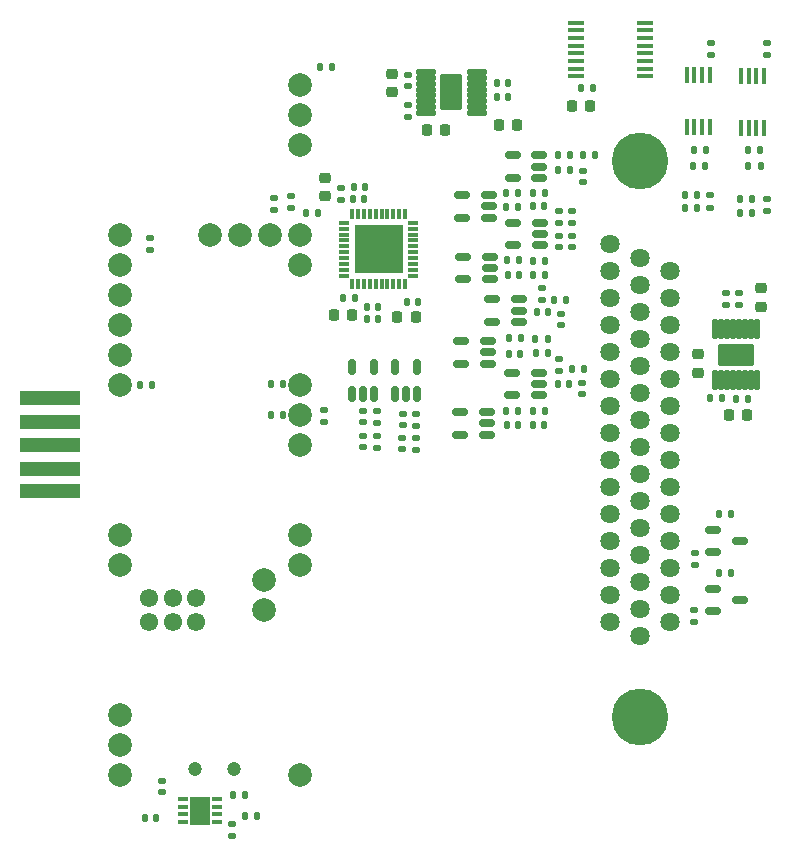
<source format=gbs>
G04 #@! TF.GenerationSoftware,KiCad,Pcbnew,7.0.10*
G04 #@! TF.CreationDate,2024-12-23T15:35:51-08:00*
G04 #@! TF.ProjectId,accessory_v2,61636365-7373-46f7-9279-5f76322e6b69,rev?*
G04 #@! TF.SameCoordinates,Original*
G04 #@! TF.FileFunction,Soldermask,Bot*
G04 #@! TF.FilePolarity,Negative*
%FSLAX46Y46*%
G04 Gerber Fmt 4.6, Leading zero omitted, Abs format (unit mm)*
G04 Created by KiCad (PCBNEW 7.0.10) date 2024-12-23 15:35:51*
%MOMM*%
%LPD*%
G01*
G04 APERTURE LIST*
G04 Aperture macros list*
%AMRoundRect*
0 Rectangle with rounded corners*
0 $1 Rounding radius*
0 $2 $3 $4 $5 $6 $7 $8 $9 X,Y pos of 4 corners*
0 Add a 4 corners polygon primitive as box body*
4,1,4,$2,$3,$4,$5,$6,$7,$8,$9,$2,$3,0*
0 Add four circle primitives for the rounded corners*
1,1,$1+$1,$2,$3*
1,1,$1+$1,$4,$5*
1,1,$1+$1,$6,$7*
1,1,$1+$1,$8,$9*
0 Add four rect primitives between the rounded corners*
20,1,$1+$1,$2,$3,$4,$5,0*
20,1,$1+$1,$4,$5,$6,$7,0*
20,1,$1+$1,$6,$7,$8,$9,0*
20,1,$1+$1,$8,$9,$2,$3,0*%
G04 Aperture macros list end*
%ADD10C,1.638000*%
%ADD11C,4.801000*%
%ADD12R,5.200000X1.250000*%
%ADD13C,2.004000*%
%ADD14C,1.204000*%
%ADD15C,1.554000*%
%ADD16RoundRect,0.135000X0.135000X0.185000X-0.135000X0.185000X-0.135000X-0.185000X0.135000X-0.185000X0*%
%ADD17RoundRect,0.140000X-0.170000X0.140000X-0.170000X-0.140000X0.170000X-0.140000X0.170000X0.140000X0*%
%ADD18R,0.450000X1.400000*%
%ADD19RoundRect,0.135000X0.185000X-0.135000X0.185000X0.135000X-0.185000X0.135000X-0.185000X-0.135000X0*%
%ADD20RoundRect,0.150000X0.512500X0.150000X-0.512500X0.150000X-0.512500X-0.150000X0.512500X-0.150000X0*%
%ADD21RoundRect,0.140000X-0.140000X-0.170000X0.140000X-0.170000X0.140000X0.170000X-0.140000X0.170000X0*%
%ADD22RoundRect,0.140000X0.140000X0.170000X-0.140000X0.170000X-0.140000X-0.170000X0.140000X-0.170000X0*%
%ADD23RoundRect,0.060500X0.766500X0.181500X-0.766500X0.181500X-0.766500X-0.181500X0.766500X-0.181500X0*%
%ADD24RoundRect,0.102000X0.825500X1.422500X-0.825500X1.422500X-0.825500X-1.422500X0.825500X-1.422500X0*%
%ADD25RoundRect,0.225000X-0.250000X0.225000X-0.250000X-0.225000X0.250000X-0.225000X0.250000X0.225000X0*%
%ADD26RoundRect,0.225000X0.225000X0.250000X-0.225000X0.250000X-0.225000X-0.250000X0.225000X-0.250000X0*%
%ADD27R,0.850000X0.350000*%
%ADD28R,1.700000X2.450000*%
%ADD29RoundRect,0.225000X-0.225000X-0.250000X0.225000X-0.250000X0.225000X0.250000X-0.225000X0.250000X0*%
%ADD30RoundRect,0.140000X0.170000X-0.140000X0.170000X0.140000X-0.170000X0.140000X-0.170000X-0.140000X0*%
%ADD31RoundRect,0.135000X-0.135000X-0.185000X0.135000X-0.185000X0.135000X0.185000X-0.135000X0.185000X0*%
%ADD32RoundRect,0.135000X-0.185000X0.135000X-0.185000X-0.135000X0.185000X-0.135000X0.185000X0.135000X0*%
%ADD33R,1.475000X0.450000*%
%ADD34RoundRect,0.150000X0.150000X-0.512500X0.150000X0.512500X-0.150000X0.512500X-0.150000X-0.512500X0*%
%ADD35RoundRect,0.060500X-0.181500X0.766500X-0.181500X-0.766500X0.181500X-0.766500X0.181500X0.766500X0*%
%ADD36RoundRect,0.102000X-1.422500X0.825500X-1.422500X-0.825500X1.422500X-0.825500X1.422500X0.825500X0*%
%ADD37RoundRect,0.150000X-0.512500X-0.150000X0.512500X-0.150000X0.512500X0.150000X-0.512500X0.150000X0*%
%ADD38R,0.300000X0.850000*%
%ADD39R,0.850000X0.300000*%
%ADD40R,4.050000X4.050000*%
%ADD41RoundRect,0.225000X0.250000X-0.225000X0.250000X0.225000X-0.250000X0.225000X-0.250000X-0.225000X0*%
G04 APERTURE END LIST*
D10*
X50460000Y-55869000D03*
X50460000Y-53583000D03*
X50460000Y-51297000D03*
X50460000Y-49011000D03*
X50460000Y-46725000D03*
X50460000Y-44439000D03*
X50460000Y-42153000D03*
X50460000Y-39867000D03*
X50460000Y-37581000D03*
X50460000Y-35295000D03*
X50460000Y-33009000D03*
X50460000Y-30723000D03*
X50460000Y-28437000D03*
X50460000Y-26151000D03*
X50460000Y-23865000D03*
X53000000Y-57012000D03*
X53000000Y-54726000D03*
X53000000Y-52440000D03*
X53000000Y-50154000D03*
X53000000Y-47868000D03*
X53000000Y-45582000D03*
X53000000Y-43296000D03*
X53000000Y-41010000D03*
X53000000Y-38724000D03*
X53000000Y-36438000D03*
X53000000Y-34152000D03*
X53000000Y-31866000D03*
X53000000Y-29580000D03*
X53000000Y-27294000D03*
X53000000Y-25008000D03*
X55540000Y-55869000D03*
X55540000Y-53583000D03*
X55540000Y-51297000D03*
X55540000Y-49011000D03*
X55540000Y-46725000D03*
X55540000Y-44439000D03*
X55540000Y-42153000D03*
X55540000Y-39867000D03*
X55540000Y-37581000D03*
X55540000Y-35295000D03*
X55540000Y-33009000D03*
X55540000Y-30723000D03*
X55540000Y-28437000D03*
X55540000Y-26151000D03*
D11*
X53000000Y-63895000D03*
X53000000Y-16855000D03*
D12*
X3000000Y-36875000D03*
X3000000Y-38875000D03*
X3000000Y-40875000D03*
X3000000Y-42875000D03*
X3000000Y-44775000D03*
D13*
X8980000Y-63720000D03*
X19140000Y-23080000D03*
X24220000Y-51020000D03*
X24220000Y-48480000D03*
X24220000Y-40860000D03*
X24220000Y-38320000D03*
X24220000Y-35780000D03*
X8980000Y-35780000D03*
X8980000Y-48480000D03*
X8980000Y-51020000D03*
X24220000Y-25620000D03*
X24220000Y-23080000D03*
X24220000Y-15460000D03*
X24220000Y-12920000D03*
X24220000Y-10380000D03*
X8980000Y-23080000D03*
X8980000Y-25620000D03*
X8980000Y-28160000D03*
X8980000Y-30700000D03*
D14*
X18632000Y-68288000D03*
X15330000Y-68288000D03*
D13*
X24220000Y-68800000D03*
X8980000Y-33240000D03*
X8980000Y-66260000D03*
X16600000Y-23080000D03*
D15*
X13430000Y-53830000D03*
X13430000Y-55830000D03*
X11430000Y-55830000D03*
X11430000Y-53830000D03*
X15430000Y-53830000D03*
X15430000Y-55830000D03*
D13*
X21170000Y-54830000D03*
X21170000Y-52290000D03*
X21680000Y-23080000D03*
X8980000Y-68800000D03*
D16*
X49160000Y-16340000D03*
X48140000Y-16340000D03*
X47107500Y-16327500D03*
X46087500Y-16327500D03*
X44960000Y-25252500D03*
X43940000Y-25252500D03*
D17*
X46097500Y-23140000D03*
X46097500Y-24100000D03*
D18*
X63505000Y-14010000D03*
X62855000Y-14010000D03*
X62205000Y-14010000D03*
X61555000Y-14010000D03*
X61555000Y-9610000D03*
X62205000Y-9610000D03*
X62855000Y-9610000D03*
X63505000Y-9610000D03*
D19*
X34020000Y-39230000D03*
X34020000Y-38210000D03*
D20*
X42770000Y-28535000D03*
X42770000Y-29485000D03*
X42770000Y-30435000D03*
X40495000Y-30435000D03*
X40495000Y-28535000D03*
D17*
X47217500Y-23150000D03*
X47217500Y-24110000D03*
D19*
X57580000Y-55880000D03*
X57580000Y-54860000D03*
D17*
X48140000Y-17650000D03*
X48140000Y-18610000D03*
D21*
X58940000Y-36880000D03*
X59900000Y-36880000D03*
D22*
X47037500Y-17607500D03*
X46077500Y-17607500D03*
D23*
X39160000Y-9260000D03*
X39160000Y-9760000D03*
X39160000Y-10260000D03*
X39160000Y-10760000D03*
X39160000Y-11260000D03*
X39160000Y-11760000D03*
X39160000Y-12260000D03*
X39160000Y-12760000D03*
X34840000Y-12760000D03*
X34840000Y-12260000D03*
X34840000Y-11760000D03*
X34840000Y-11260000D03*
X34840000Y-10760000D03*
X34840000Y-10260000D03*
X34840000Y-9760000D03*
X34840000Y-9260000D03*
D24*
X37000000Y-11010000D03*
D16*
X42692500Y-38005000D03*
X41672500Y-38005000D03*
D22*
X42855000Y-33142500D03*
X41895000Y-33142500D03*
D25*
X63220000Y-27605000D03*
X63220000Y-29155000D03*
D26*
X36495000Y-14160000D03*
X34945000Y-14160000D03*
D27*
X17160000Y-70832500D03*
X17160000Y-71482500D03*
X17160000Y-72132500D03*
X17160000Y-72782500D03*
X14260000Y-72782500D03*
X14260000Y-72132500D03*
X14260000Y-71482500D03*
X14260000Y-70832500D03*
D28*
X15710000Y-71807500D03*
D19*
X30702500Y-41100000D03*
X30702500Y-40080000D03*
X22020000Y-21000000D03*
X22020000Y-19980000D03*
D22*
X41830000Y-10250000D03*
X40870000Y-10250000D03*
D16*
X19560000Y-70480000D03*
X18540000Y-70480000D03*
D21*
X61160000Y-36970000D03*
X62120000Y-36970000D03*
X29850000Y-30230000D03*
X30810000Y-30230000D03*
D20*
X40070000Y-38070000D03*
X40070000Y-39020000D03*
X40070000Y-39970000D03*
X37795000Y-39970000D03*
X37795000Y-38070000D03*
D16*
X11695000Y-35740000D03*
X10675000Y-35740000D03*
X22750000Y-35670000D03*
X21730000Y-35670000D03*
D29*
X41025000Y-13730000D03*
X42575000Y-13730000D03*
D20*
X44410000Y-34727500D03*
X44410000Y-35677500D03*
X44410000Y-36627500D03*
X42135000Y-36627500D03*
X42135000Y-34727500D03*
X40170000Y-19700000D03*
X40170000Y-20650000D03*
X40170000Y-21600000D03*
X37895000Y-21600000D03*
X37895000Y-19700000D03*
D30*
X29522500Y-38950000D03*
X29522500Y-37990000D03*
D31*
X61466000Y-20066000D03*
X62486000Y-20066000D03*
D17*
X48042500Y-35620000D03*
X48042500Y-36580000D03*
D22*
X12010000Y-72410000D03*
X11050000Y-72410000D03*
D17*
X60310000Y-28020000D03*
X60310000Y-28980000D03*
D21*
X43970000Y-26482500D03*
X44930000Y-26482500D03*
D17*
X29500000Y-40110000D03*
X29500000Y-41070000D03*
D16*
X58550000Y-15860000D03*
X57530000Y-15860000D03*
D19*
X26210000Y-38880000D03*
X26210000Y-37860000D03*
D32*
X58953400Y-19733800D03*
X58953400Y-20753800D03*
D20*
X44477500Y-16330000D03*
X44477500Y-17280000D03*
X44477500Y-18230000D03*
X42202500Y-18230000D03*
X42202500Y-16330000D03*
D26*
X48781000Y-12192000D03*
X47231000Y-12192000D03*
D31*
X56817800Y-19659600D03*
X57837800Y-19659600D03*
D17*
X12530000Y-69310000D03*
X12530000Y-70270000D03*
D22*
X41830000Y-11400000D03*
X40870000Y-11400000D03*
D32*
X47237500Y-21020000D03*
X47237500Y-22040000D03*
D33*
X53458000Y-5105000D03*
X53458000Y-5755000D03*
X53458000Y-6405000D03*
X53458000Y-7055000D03*
X53458000Y-7705000D03*
X53458000Y-8355000D03*
X53458000Y-9005000D03*
X53458000Y-9655000D03*
X47582000Y-9655000D03*
X47582000Y-9005000D03*
X47582000Y-8355000D03*
X47582000Y-7705000D03*
X47582000Y-7055000D03*
X47582000Y-6405000D03*
X47582000Y-5755000D03*
X47582000Y-5105000D03*
D26*
X28605000Y-29810000D03*
X27055000Y-29810000D03*
D16*
X42780000Y-25232500D03*
X41760000Y-25232500D03*
D34*
X30482500Y-36557500D03*
X29532500Y-36557500D03*
X28582500Y-36557500D03*
X28582500Y-34282500D03*
X30482500Y-34282500D03*
D22*
X29620000Y-20060000D03*
X28660000Y-20060000D03*
D19*
X34020000Y-41290000D03*
X34020000Y-40270000D03*
D25*
X57920000Y-33175000D03*
X57920000Y-34725000D03*
D30*
X63720000Y-7820000D03*
X63720000Y-6860000D03*
D35*
X59360000Y-31040000D03*
X59860000Y-31040000D03*
X60360000Y-31040000D03*
X60860000Y-31040000D03*
X61360000Y-31040000D03*
X61860000Y-31040000D03*
X62360000Y-31040000D03*
X62860000Y-31040000D03*
X62860000Y-35360000D03*
X62360000Y-35360000D03*
X61860000Y-35360000D03*
X61360000Y-35360000D03*
X60860000Y-35360000D03*
X60360000Y-35360000D03*
X59860000Y-35360000D03*
X59360000Y-35360000D03*
D36*
X61110000Y-33200000D03*
D22*
X42682500Y-39185000D03*
X41722500Y-39185000D03*
D31*
X59680000Y-46710000D03*
X60700000Y-46710000D03*
D17*
X46302500Y-29725000D03*
X46302500Y-30685000D03*
D20*
X40257500Y-24920000D03*
X40257500Y-25870000D03*
X40257500Y-26820000D03*
X37982500Y-26820000D03*
X37982500Y-24920000D03*
D32*
X63728600Y-20013200D03*
X63728600Y-21033200D03*
X18420000Y-72970000D03*
X18420000Y-73990000D03*
D16*
X25730000Y-21200000D03*
X24710000Y-21200000D03*
X26890000Y-8850000D03*
X25870000Y-8850000D03*
D30*
X27640000Y-20080000D03*
X27640000Y-19120000D03*
D29*
X32455000Y-30030000D03*
X34005000Y-30030000D03*
D22*
X45222500Y-29615000D03*
X44262500Y-29615000D03*
D19*
X30700000Y-38970000D03*
X30700000Y-37950000D03*
D16*
X48292500Y-34390000D03*
X47272500Y-34390000D03*
D21*
X43922500Y-20660000D03*
X44882500Y-20660000D03*
D16*
X58540000Y-17220000D03*
X57520000Y-17220000D03*
X63200000Y-17220000D03*
X62180000Y-17220000D03*
D25*
X31970000Y-9425000D03*
X31970000Y-10975000D03*
D16*
X46762500Y-28545000D03*
X45742500Y-28545000D03*
D30*
X32937500Y-39160000D03*
X32937500Y-38200000D03*
D16*
X42885000Y-31822500D03*
X41865000Y-31822500D03*
D21*
X44215000Y-33102500D03*
X45175000Y-33102500D03*
D16*
X42682500Y-19542500D03*
X41662500Y-19542500D03*
X44922500Y-19542500D03*
X43902500Y-19542500D03*
D19*
X11510000Y-24340000D03*
X11510000Y-23320000D03*
X57670000Y-51010000D03*
X57670000Y-49990000D03*
D20*
X44535000Y-22050000D03*
X44535000Y-23000000D03*
X44535000Y-23950000D03*
X42260000Y-23950000D03*
X42260000Y-22050000D03*
D19*
X46132500Y-34630000D03*
X46132500Y-33610000D03*
D31*
X61491400Y-21183600D03*
X62511400Y-21183600D03*
X56794400Y-20828000D03*
X57814400Y-20828000D03*
D22*
X42750000Y-26472500D03*
X41790000Y-26472500D03*
X42642500Y-20742500D03*
X41682500Y-20742500D03*
X48994000Y-10668000D03*
X48034000Y-10668000D03*
D18*
X58895000Y-13960000D03*
X58245000Y-13960000D03*
X57595000Y-13960000D03*
X56945000Y-13960000D03*
X56945000Y-9560000D03*
X57595000Y-9560000D03*
X58245000Y-9560000D03*
X58895000Y-9560000D03*
D16*
X22765000Y-38320000D03*
X21745000Y-38320000D03*
D34*
X34122500Y-36547500D03*
X33172500Y-36547500D03*
X32222500Y-36547500D03*
X32222500Y-34272500D03*
X34122500Y-34272500D03*
D21*
X29850000Y-29190000D03*
X30810000Y-29190000D03*
D22*
X29740000Y-19010000D03*
X28780000Y-19010000D03*
D31*
X19570000Y-72240000D03*
X20590000Y-72240000D03*
D30*
X59030000Y-7810000D03*
X59030000Y-6850000D03*
D29*
X60505000Y-38360000D03*
X62055000Y-38360000D03*
D17*
X33370000Y-9500000D03*
X33370000Y-10460000D03*
D19*
X44662500Y-28555000D03*
X44662500Y-27535000D03*
D16*
X63180000Y-15850000D03*
X62160000Y-15850000D03*
D17*
X61380000Y-28030000D03*
X61380000Y-28990000D03*
X32870000Y-40270000D03*
X32870000Y-41230000D03*
D37*
X59212500Y-49920000D03*
X59212500Y-48020000D03*
X61487500Y-48970000D03*
D19*
X46097500Y-22030000D03*
X46097500Y-21010000D03*
X23430000Y-20790000D03*
X23430000Y-19770000D03*
D16*
X44952500Y-37985000D03*
X43932500Y-37985000D03*
D22*
X28840000Y-28450000D03*
X27880000Y-28450000D03*
D38*
X33110000Y-27240000D03*
X32610000Y-27240000D03*
X32110000Y-27240000D03*
X31610000Y-27240000D03*
X31110000Y-27240000D03*
X30610000Y-27240000D03*
X30110000Y-27240000D03*
X29610000Y-27240000D03*
X29110000Y-27240000D03*
X28610000Y-27240000D03*
D39*
X27910000Y-26540000D03*
X27910000Y-26040000D03*
X27910000Y-25540000D03*
X27910000Y-25040000D03*
X27910000Y-24540000D03*
X27910000Y-24040000D03*
X27910000Y-23540000D03*
X27910000Y-23040000D03*
X27910000Y-22540000D03*
X27910000Y-22040000D03*
D38*
X28610000Y-21340000D03*
X29110000Y-21340000D03*
X29610000Y-21340000D03*
X30110000Y-21340000D03*
X30610000Y-21340000D03*
X31110000Y-21340000D03*
X31610000Y-21340000D03*
X32110000Y-21340000D03*
X32610000Y-21340000D03*
X33110000Y-21340000D03*
D39*
X33810000Y-22040000D03*
X33810000Y-22540000D03*
X33810000Y-23040000D03*
X33810000Y-23540000D03*
X33810000Y-24040000D03*
X33810000Y-24540000D03*
X33810000Y-25040000D03*
X33810000Y-25540000D03*
X33810000Y-26040000D03*
X33810000Y-26540000D03*
D40*
X30860000Y-24290000D03*
D20*
X40102500Y-32060000D03*
X40102500Y-33010000D03*
X40102500Y-33960000D03*
X37827500Y-33960000D03*
X37827500Y-32060000D03*
D31*
X59720000Y-51660000D03*
X60740000Y-51660000D03*
D41*
X26320000Y-19805000D03*
X26320000Y-18255000D03*
D30*
X33310000Y-13070000D03*
X33310000Y-12110000D03*
D22*
X46982500Y-35690000D03*
X46022500Y-35690000D03*
D21*
X43942500Y-39195000D03*
X44902500Y-39195000D03*
D37*
X59202500Y-54950000D03*
X59202500Y-53050000D03*
X61477500Y-54000000D03*
D16*
X45165000Y-31852500D03*
X44145000Y-31852500D03*
D21*
X33280000Y-28750000D03*
X34240000Y-28750000D03*
M02*

</source>
